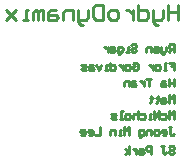
<source format=gbo>
G04 Layer_Color=32896*
%FSLAX25Y25*%
%MOIN*%
G70*
G01*
G75*
%ADD26C,0.01000*%
D26*
X652500Y321394D02*
Y323893D01*
X651250D01*
X650834Y323477D01*
Y322644D01*
X651250Y322227D01*
X652500D01*
X651667D02*
X650834Y321394D01*
X650001Y323060D02*
Y321811D01*
X649584Y321394D01*
X648335D01*
Y320978D01*
X648751Y320561D01*
X649168D01*
X648335Y321394D02*
Y323060D01*
X647085D02*
X646252D01*
X645835Y322644D01*
Y321394D01*
X647085D01*
X647502Y321811D01*
X647085Y322227D01*
X645835D01*
X645002Y321394D02*
Y323060D01*
X643753D01*
X643336Y322644D01*
Y321394D01*
X638338Y323477D02*
X638754Y323893D01*
X639587D01*
X640004Y323477D01*
Y323060D01*
X639587Y322644D01*
X638754D01*
X638338Y322227D01*
Y321811D01*
X638754Y321394D01*
X639587D01*
X640004Y321811D01*
X637505Y321394D02*
X636672D01*
X637088D01*
Y323060D01*
X637505D01*
X634589Y320561D02*
X634173D01*
X633756Y320978D01*
Y323060D01*
X635006D01*
X635422Y322644D01*
Y321811D01*
X635006Y321394D01*
X633756D01*
X632507Y323060D02*
X631673D01*
X631257Y322644D01*
Y321394D01*
X632507D01*
X632923Y321811D01*
X632507Y322227D01*
X631257D01*
X630424Y323060D02*
Y321394D01*
Y322227D01*
X630007Y322644D01*
X629591Y323060D01*
X629174D01*
X650834Y317661D02*
X652500D01*
Y316412D01*
X651667D01*
X652500D01*
Y315162D01*
X650001D02*
X649168D01*
X649584D01*
Y317661D01*
X650001D01*
X647502Y315162D02*
X646668D01*
X646252Y315579D01*
Y316412D01*
X646668Y316828D01*
X647502D01*
X647918Y316412D01*
Y315579D01*
X647502Y315162D01*
X645419Y316828D02*
Y315162D01*
Y315995D01*
X645002Y316412D01*
X644586Y316828D01*
X644169D01*
X638754Y317245D02*
X639171Y317661D01*
X640004D01*
X640421Y317245D01*
Y315579D01*
X640004Y315162D01*
X639171D01*
X638754Y315579D01*
Y316412D01*
X639587D01*
X637505Y315162D02*
X636672D01*
X636255Y315579D01*
Y316412D01*
X636672Y316828D01*
X637505D01*
X637921Y316412D01*
Y315579D01*
X637505Y315162D01*
X635422Y316828D02*
Y315162D01*
Y315995D01*
X635006Y316412D01*
X634589Y316828D01*
X634173D01*
X631257Y317661D02*
Y315162D01*
X632507D01*
X632923Y315579D01*
Y316412D01*
X632507Y316828D01*
X631257D01*
X630424Y315162D02*
X629591D01*
X630007D01*
Y316828D01*
X630424D01*
X628341D02*
X627508Y315162D01*
X626675Y316828D01*
X625425D02*
X624592D01*
X624176Y316412D01*
Y315162D01*
X625425D01*
X625842Y315579D01*
X625425Y315995D01*
X624176D01*
X623343Y315162D02*
X622093D01*
X621677Y315579D01*
X622093Y315995D01*
X622926D01*
X623343Y316412D01*
X622926Y316828D01*
X621677D01*
X652500Y312262D02*
Y309763D01*
Y311013D01*
X650834D01*
Y312262D01*
Y309763D01*
X649584Y311429D02*
X648751D01*
X648335Y311013D01*
Y309763D01*
X649584D01*
X650001Y310180D01*
X649584Y310596D01*
X648335D01*
X645002Y312262D02*
X643336D01*
X644169D01*
Y309763D01*
X642503Y311429D02*
Y309763D01*
Y310596D01*
X642087Y311013D01*
X641670Y311429D01*
X641254D01*
X639587D02*
X638754D01*
X638338Y311013D01*
Y309763D01*
X639587D01*
X640004Y310180D01*
X639587Y310596D01*
X638338D01*
X637505Y309763D02*
Y311429D01*
X636255D01*
X635839Y311013D01*
Y309763D01*
X652500Y304364D02*
Y306863D01*
X651667Y306030D01*
X650834Y306863D01*
Y304364D01*
X649584Y306030D02*
X648751D01*
X648335Y305614D01*
Y304364D01*
X649584D01*
X650001Y304781D01*
X649584Y305197D01*
X648335D01*
X647085Y306447D02*
Y306030D01*
X647502D01*
X646669D01*
X647085D01*
Y304781D01*
X646669Y304364D01*
X645002Y306447D02*
Y306030D01*
X645419D01*
X644586D01*
X645002D01*
Y304781D01*
X644586Y304364D01*
X652500Y298965D02*
Y301464D01*
X651667Y300631D01*
X650834Y301464D01*
Y298965D01*
X648335Y300631D02*
X649584D01*
X650001Y300215D01*
Y299381D01*
X649584Y298965D01*
X648335D01*
X647502D02*
Y301464D01*
X645835Y298965D01*
Y301464D01*
X645002Y298965D02*
X644169D01*
X644586D01*
Y300631D01*
X645002D01*
X641254D02*
X642503D01*
X642920Y300215D01*
Y299381D01*
X642503Y298965D01*
X641254D01*
X640421Y301464D02*
Y298965D01*
Y300215D01*
X640004Y300631D01*
X639171D01*
X638754Y300215D01*
Y298965D01*
X637505D02*
X636672D01*
X636255Y299381D01*
Y300215D01*
X636672Y300631D01*
X637505D01*
X637921Y300215D01*
Y299381D01*
X637505Y298965D01*
X635422D02*
X634589D01*
X635006D01*
Y301464D01*
X635422D01*
X633340Y298965D02*
X632090D01*
X631673Y299381D01*
X632090Y299798D01*
X632923D01*
X633340Y300215D01*
X632923Y300631D01*
X631673D01*
X650834Y296065D02*
X651667D01*
X651250D01*
Y293983D01*
X651667Y293566D01*
X652083D01*
X652500Y293983D01*
X648751Y293566D02*
X649584D01*
X650001Y293983D01*
Y294816D01*
X649584Y295232D01*
X648751D01*
X648335Y294816D01*
Y294399D01*
X650001D01*
X647085Y293566D02*
X646252D01*
X645835Y293983D01*
Y294816D01*
X646252Y295232D01*
X647085D01*
X647502Y294816D01*
Y293983D01*
X647085Y293566D01*
X645002D02*
Y295232D01*
X643753D01*
X643336Y294816D01*
Y293566D01*
X641670Y292733D02*
X641254D01*
X640837Y293149D01*
Y295232D01*
X642087D01*
X642503Y294816D01*
Y293983D01*
X642087Y293566D01*
X640837D01*
X637505D02*
Y296065D01*
X636672Y295232D01*
X635839Y296065D01*
Y293566D01*
X635006D02*
X634173D01*
X634589D01*
Y295232D01*
X635006D01*
X632923Y293566D02*
Y295232D01*
X631673D01*
X631257Y294816D01*
Y293566D01*
X627925Y296065D02*
Y293566D01*
X626259D01*
X624176D02*
X625009D01*
X625425Y293983D01*
Y294816D01*
X625009Y295232D01*
X624176D01*
X623759Y294816D01*
Y294399D01*
X625425D01*
X621677Y293566D02*
X622510D01*
X622926Y293983D01*
Y294816D01*
X622510Y295232D01*
X621677D01*
X621260Y294816D01*
Y294399D01*
X622926D01*
X650834Y289417D02*
X651250Y289833D01*
X652083D01*
X652500Y289417D01*
Y289000D01*
X652083Y288583D01*
X651250D01*
X650834Y288167D01*
Y287750D01*
X651250Y287334D01*
X652083D01*
X652500Y287750D01*
X648335Y289833D02*
X649168D01*
X648751D01*
Y287750D01*
X649168Y287334D01*
X649584D01*
X650001Y287750D01*
X645002Y287334D02*
Y289833D01*
X643753D01*
X643336Y289417D01*
Y288583D01*
X643753Y288167D01*
X645002D01*
X642087Y289000D02*
X641254D01*
X640837Y288583D01*
Y287334D01*
X642087D01*
X642503Y287750D01*
X642087Y288167D01*
X640837D01*
X640004Y289000D02*
Y287334D01*
Y288167D01*
X639587Y288583D01*
X639171Y289000D01*
X638754D01*
X637505Y287334D02*
Y289833D01*
Y288167D02*
X636255Y289000D01*
X637505Y288167D02*
X636255Y287334D01*
X654000Y336998D02*
Y332000D01*
Y334499D01*
X650668D01*
Y336998D01*
Y332000D01*
X649002Y335332D02*
Y332833D01*
X648169Y332000D01*
X645669D01*
Y331167D01*
X646502Y330334D01*
X647335D01*
X645669Y332000D02*
Y335332D01*
X640671Y336998D02*
Y332000D01*
X643170D01*
X644003Y332833D01*
Y334499D01*
X643170Y335332D01*
X640671D01*
X639005D02*
Y332000D01*
Y333666D01*
X638172Y334499D01*
X637339Y335332D01*
X636506D01*
X633173Y332000D02*
X631507D01*
X630674Y332833D01*
Y334499D01*
X631507Y335332D01*
X633173D01*
X634007Y334499D01*
Y332833D01*
X633173Y332000D01*
X629008Y336998D02*
Y332000D01*
X626509D01*
X625676Y332833D01*
Y336165D01*
X626509Y336998D01*
X629008D01*
X624010Y335332D02*
Y332833D01*
X623177Y332000D01*
X620678D01*
Y331167D01*
X621511Y330334D01*
X622344D01*
X620678Y332000D02*
Y335332D01*
X619011Y332000D02*
Y335332D01*
X616512D01*
X615679Y334499D01*
Y332000D01*
X613180Y335332D02*
X611514D01*
X610681Y334499D01*
Y332000D01*
X613180D01*
X614013Y332833D01*
X613180Y333666D01*
X610681D01*
X609015Y332000D02*
Y335332D01*
X608181D01*
X607348Y334499D01*
Y332000D01*
Y334499D01*
X606515Y335332D01*
X605682Y334499D01*
Y332000D01*
X604016D02*
X602350D01*
X603183D01*
Y335332D01*
X604016D01*
X599851D02*
X596519Y332000D01*
X598185Y333666D01*
X596519Y335332D01*
X599851Y332000D01*
M02*

</source>
